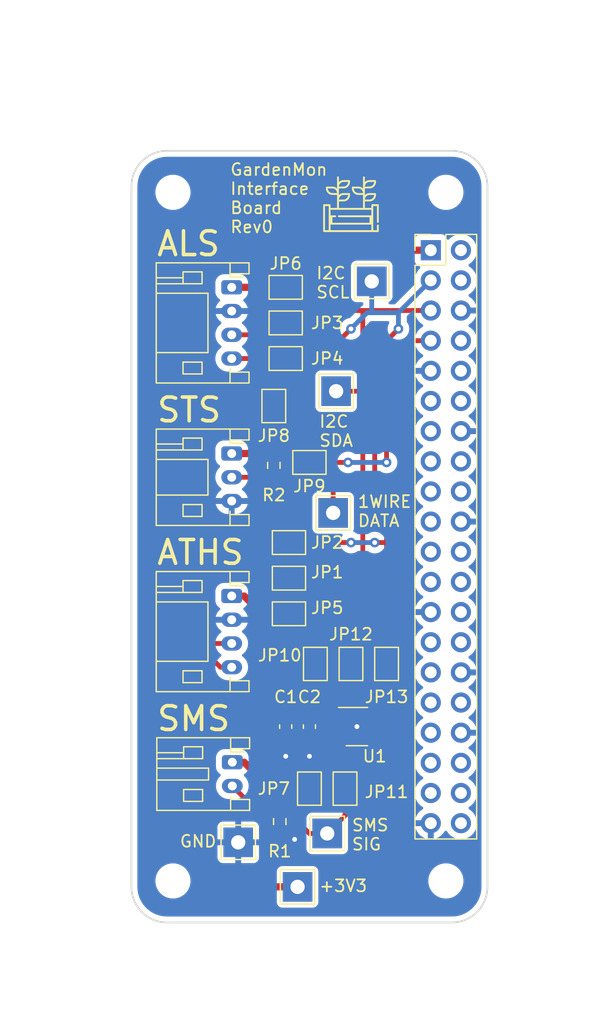
<source format=kicad_pcb>
(kicad_pcb (version 20221018) (generator pcbnew)
  (layers (0 "F.Cu" signal) (31 "B.Cu" signal) (34 "B.Paste" user) (35 "F.Paste" user) (36 "B.SilkS" user "B.Silkscreen") (37 "F.SilkS" user "F.Silkscreen") (38 "B.Mask" user) (39 "F.Mask" user) (44 "Edge.Cuts" user))
  (net 0 "")
  (net 2 "/i2c_sda")
  (net 4 "/i2c_scl")
  (net 5 "GND")
  (net 6 "/1wire_data")
  (net 32 "+3V3")
  (net 33 "Net-(J2-Pin_1)")
  (net 34 "Net-(J4-Pin_1)")
  (net 35 "/i2c_scl_sht30")
  (net 36 "/i2c_sda_sht30")
  (net 37 "Net-(J5-Pin_1)")
  (net 38 "/i2c_scl_als")
  (net 39 "/i2c_sda_als")
  (net 40 "/1wire_data_ds18b20")
  (net 41 "/i2c_scl_mcp3221")
  (net 42 "/i2c_sda_mcp3221")
  (net 43 "Net-(JP10-B)")
  (net 44 "Net-(J3-Pin_1)")
  (net 45 "Net-(JP11-A)")
  (net 46 "Net-(J4-Pin_2)")
  (footprint "TestPoint:TestPoint_THTPad_2.5x2.5mm_Drill1.2mm" (layer "F.Cu") (at 122.5 119.5)
    (fp_text reference "TP4" hide)
    (fp_text value "TestPoint")
    (pad "1" thru_hole rect (at 0 0) (size 2.5 2.5) (drill 1.2) (layers "*.Cu" "*.Mask") (net 32 "+3V3"))
  )
  (footprint "Jumper:SolderJumper-2_P1.3mm_Open_TrianglePad1.0x1.5mm" (layer "F.Cu") (at 127 100.725 -90)
    (fp_text reference "JP12" (at -2.5 0 -180) (layer "F.SilkS"))
    (fp_text value "SolderJumper_2_Bridged")
    (pad "1" smd custom (at -0.725 0 270) (size 0.3 0.3) (layers "F.Cu" "F.Mask") (net 4 "/i2c_scl") (options (clearance outline) (anchor rect)) (primitives (gr_poly (pts (xy 1 0) (xy 0.5 0.75) (xy -0.5 0.75) (xy -0.5 -0.75) (xy 0.5 -0.75)) (width 0) (fill yes))))
    (pad "2" smd custom (at 0.725 0 270) (size 0.3 0.3) (layers "F.Cu" "F.Mask") (net 41 "/i2c_scl_mcp3221") (options (clearance outline) (anchor rect)) (primitives (gr_poly (pts (xy 0.5 0.75) (xy -0.65 0.75) (xy -0.15 0) (xy -0.65 -0.75) (xy 0.5 -0.75)) (width 0) (fill yes))))
  )
  (footprint "MountingHole:MountingHole_2.7mm_M2.5" (layer "F.Cu") (at 135 61 -90)
    (fp_text reference "H1" hide)
    (fp_text value "MountingHole")
    (pad "" np_thru_hole circle (at 0 0 270) (size 2.7 2.7) (drill 2.7) (layers "*.Cu" "*.Mask"))
  )
  (footprint "Connector_JST:JST_PH_S4B-PH-K_1x04_P2.00mm_Horizontal" (layer "F.Cu") (at 116.95 95 -90)
    (fp_text reference "J2" hide)
    (fp_text value "Conn_01x04")
    (pad "1" thru_hole roundrect (at 0 0 270) (size 1.2 1.75) (drill 0.75) (layers "*.Cu" "*.Mask") (roundrect_rratio 0.2083333333) (net 33 "Net-(J2-Pin_1)"))
    (pad "2" thru_hole oval (at 2 0 270) (size 1.2 1.75) (drill 0.75) (layers "*.Cu" "*.Mask") (net 5 "GND"))
    (pad "3" thru_hole oval (at 4 0 270) (size 1.2 1.75) (drill 0.75) (layers "*.Cu" "*.Mask") (net 35 "/i2c_scl_sht30"))
    (pad "4" thru_hole oval (at 6 0 270) (size 1.2 1.75) (drill 0.75) (layers "*.Cu" "*.Mask") (net 36 "/i2c_sda_sht30"))
  )
  (footprint "TestPoint:TestPoint_THTPad_2.5x2.5mm_Drill1.2mm" (layer "F.Cu") (at 128.75 68.5)
    (fp_text reference "TP1" hide)
    (fp_text value "TestPoint")
    (pad "1" thru_hole rect (at 0 0) (size 2.5 2.5) (drill 1.2) (layers "*.Cu" "*.Mask") (net 2 "/i2c_sda"))
  )
  (footprint "Package_TO_SOT_SMD:SOT-23-5_HandSoldering" (layer "F.Cu") (at 127.5 106)
    (fp_text reference "U1" (at 1.5 2.5 180) (layer "F.SilkS"))
    (fp_text value "MCP3221A5")
    (pad "1" smd rect (at -1.35 -0.95) (size 1.56 0.65) (layers "F.Cu" "F.Paste" "F.Mask") (net 43 "Net-(JP10-B)"))
    (pad "2" smd rect (at -1.35 0) (size 1.56 0.65) (layers "F.Cu" "F.Paste" "F.Mask") (net 5 "GND"))
    (pad "3" smd rect (at -1.35 0.95) (size 1.56 0.65) (layers "F.Cu" "F.Paste" "F.Mask") (net 45 "Net-(JP11-A)"))
    (pad "4" smd rect (at 1.35 0.95) (size 1.56 0.65) (layers "F.Cu" "F.Paste" "F.Mask") (net 42 "/i2c_sda_mcp3221"))
    (pad "5" smd rect (at 1.35 -0.95) (size 1.56 0.65) (layers "F.Cu" "F.Paste" "F.Mask") (net 41 "/i2c_scl_mcp3221"))
  )
  (footprint "MountingHole:MountingHole_2.7mm_M2.5" (layer "F.Cu") (at 112 119 -90)
    (fp_text reference "H3" hide)
    (fp_text value "MountingHole")
    (pad "" np_thru_hole circle (at 0 0 270) (size 2.7 2.7) (drill 2.7) (layers "*.Cu" "*.Mask"))
  )
  (footprint "Jumper:SolderJumper-2_P1.3mm_Open_TrianglePad1.0x1.5mm" (layer "F.Cu") (at 121.775 96.5 180)
    (fp_text reference "JP5" (at -3.225 0.5) (layer "F.SilkS"))
    (fp_text value "SolderJumper_2_Bridged")
    (pad "1" smd custom (at -0.725 0 180) (size 0.3 0.3) (layers "F.Cu" "F.Mask") (net 32 "+3V3") (options (clearance outline) (anchor rect)) (primitives (gr_poly (pts (xy 1 0) (xy 0.5 0.75) (xy -0.5 0.75) (xy -0.5 -0.75) (xy 0.5 -0.75)) (width 0) (fill yes))))
    (pad "2" smd custom (at 0.725 0 180) (size 0.3 0.3) (layers "F.Cu" "F.Mask") (net 33 "Net-(J2-Pin_1)") (options (clearance outline) (anchor rect)) (primitives (gr_poly (pts (xy 0.5 0.75) (xy -0.65 0.75) (xy -0.15 0) (xy -0.65 -0.75) (xy 0.5 -0.75)) (width 0) (fill yes))))
  )
  (footprint "Connector_JST:JST_PH_S2B-PH-K_1x02_P2.00mm_Horizontal" (layer "F.Cu") (at 117 109 -90)
    (fp_text reference "J4" hide)
    (fp_text value "Conn_01x02")
    (pad "1" thru_hole roundrect (at 0 0 270) (size 1.2 1.75) (drill 0.75) (layers "*.Cu" "*.Mask") (roundrect_rratio 0.2083333333) (net 34 "Net-(J4-Pin_1)"))
    (pad "2" thru_hole oval (at 2 0 270) (size 1.2 1.75) (drill 0.75) (layers "*.Cu" "*.Mask") (net 46 "Net-(J4-Pin_2)"))
  )
  (footprint "TestPoint:TestPoint_THTPad_2.5x2.5mm_Drill1.2mm" (layer "F.Cu") (at 125 115)
    (fp_text reference "TP6" hide)
    (fp_text value "TestPoint")
    (pad "1" thru_hole rect (at 0 0) (size 2.5 2.5) (drill 1.2) (layers "*.Cu" "*.Mask") (net 46 "Net-(J4-Pin_2)"))
  )
  (footprint "Capacitor_SMD:C_0603_1608Metric_Pad1.08x0.95mm_HandSolder" (layer "F.Cu") (at 123.5 106 -90)
    (fp_text reference "C2" (at -2.5 0 -180) (layer "F.SilkS"))
    (fp_text value "0.1uF")
    (pad "1" smd roundrect (at -0.8625 0 270) (size 1.075 0.95) (layers "F.Cu" "F.Paste" "F.Mask") (net 43 "Net-(JP10-B)"))
    (pad "2" smd roundrect (at 0.8625 0 270) (size 1.075 0.95) (layers "F.Cu" "F.Paste" "F.Mask") (net 5 "GND"))
  )
  (footprint "Connector_JST:JST_PH_S4B-PH-K_1x04_P2.00mm_Horizontal" (layer "F.Cu") (at 116.95 69 -90)
    (fp_text reference "J3" hide)
    (fp_text value "Conn_01x04")
    (pad "1" thru_hole roundrect (at 0 0 270) (size 1.2 1.75) (drill 0.75) (layers "*.Cu" "*.Mask") (roundrect_rratio 0.2083333333) (net 44 "Net-(J3-Pin_1)"))
    (pad "2" thru_hole oval (at 2 0 270) (size 1.2 1.75) (drill 0.75) (layers "*.Cu" "*.Mask") (net 5 "GND"))
    (pad "3" thru_hole oval (at 4 0 270) (size 1.2 1.75) (drill 0.75) (layers "*.Cu" "*.Mask") (net 38 "/i2c_scl_als"))
    (pad "4" thru_hole oval (at 6 0 270) (size 1.2 1.75) (drill 0.75) (layers "*.Cu" "*.Mask") (net 39 "/i2c_sda_als"))
  )
  (footprint "Resistor_SMD:R_0603_1608Metric_Pad0.98x0.95mm_HandSolder" (layer "F.Cu") (at 121 114 -90)
    (fp_text reference "R1" (at 2.5 0 -180) (layer "F.SilkS"))
    (fp_text value "10k")
    (pad "1" smd roundrect (at -0.9125 0 270) (size 0.975 0.95) (layers "F.Cu" "F.Paste" "F.Mask") (net 46 "Net-(J4-Pin_2)"))
    (pad "2" smd roundrect (at 0.9125 0 270) (size 0.975 0.95) (layers "F.Cu" "F.Paste" "F.Mask") (net 5 "GND"))
  )
  (footprint "Connector_JST:JST_PH_S3B-PH-K_1x03_P2.00mm_Horizontal" (layer "F.Cu") (at 116.95 83 -90)
    (fp_text reference "J5" hide)
    (fp_text value "Conn_01x03")
    (pad "1" thru_hole roundrect (at 0 0 270) (size 1.2 1.75) (drill 0.75) (layers "*.Cu" "*.Mask") (roundrect_rratio 0.2083333333) (net 37 "Net-(J5-Pin_1)"))
    (pad "2" thru_hole oval (at 2 0 270) (size 1.2 1.75) (drill 0.75) (layers "*.Cu" "*.Mask") (net 40 "/1wire_data_ds18b20"))
    (pad "3" thru_hole oval (at 4 0 270) (size 1.2 1.75) (drill 0.75) (layers "*.Cu" "*.Mask") (net 5 "GND"))
  )
  (footprint "Connector_PinHeader_2.54mm:PinHeader_2x20_P2.54mm_Vertical" (layer "F.Cu") (at 133.725 65.875)
    (fp_text reference "J1" hide)
    (fp_text value "Conn_02x20_Odd_Even")
    (pad "1" thru_hole rect (at 0 0) (size 1.7 1.7) (drill 1) (layers "*.Cu" "*.Mask") (net 32 "+3V3"))
    (pad "2" thru_hole oval (at 2.54 0) (size 1.7 1.7) (drill 1) (layers "*.Cu" "*.Mask"))
    (pad "3" thru_hole oval (at 0 2.54) (size 1.7 1.7) (drill 1) (layers "*.Cu" "*.Mask") (net 2 "/i2c_sda"))
    (pad "4" thru_hole oval (at 2.54 2.54) (size 1.7 1.7) (drill 1) (layers "*.Cu" "*.Mask"))
    (pad "5" thru_hole oval (at 0 5.08) (size 1.7 1.7) (drill 1) (layers "*.Cu" "*.Mask") (net 4 "/i2c_scl"))
    (pad "6" thru_hole oval (at 2.54 5.08) (size 1.7 1.7) (drill 1) (layers "*.Cu" "*.Mask") (net 5 "GND"))
    (pad "7" thru_hole oval (at 0 7.62) (size 1.7 1.7) (drill 1) (layers "*.Cu" "*.Mask") (net 6 "/1wire_data"))
    (pad "8" thru_hole oval (at 2.54 7.62) (size 1.7 1.7) (drill 1) (layers "*.Cu" "*.Mask"))
    (pad "9" thru_hole oval (at 0 10.16) (size 1.7 1.7) (drill 1) (layers "*.Cu" "*.Mask") (net 5 "GND"))
    (pad "10" thru_hole oval (at 2.54 10.16) (size 1.7 1.7) (drill 1) (layers "*.Cu" "*.Mask"))
    (pad "11" thru_hole oval (at 0 12.7) (size 1.7 1.7) (drill 1) (layers "*.Cu" "*.Mask"))
    (pad "12" thru_hole oval (at 2.54 12.7) (size 1.7 1.7) (drill 1) (layers "*.Cu" "*.Mask"))
    (pad "13" thru_hole oval (at 0 15.24) (size 1.7 1.7) (drill 1) (layers "*.Cu" "*.Mask"))
    (pad "14" thru_hole oval (at 2.54 15.24) (size 1.7 1.7) (drill 1) (layers "*.Cu" "*.Mask") (net 5 "GND"))
    (pad "15" thru_hole oval (at 0 17.78) (size 1.7 1.7) (drill 1) (layers "*.Cu" "*.Mask"))
    (pad "16" thru_hole oval (at 2.54 17.78) (size 1.7 1.7) (drill 1) (layers "*.Cu" "*.Mask"))
    (pad "17" thru_hole oval (at 0 20.32) (size 1.7 1.7) (drill 1) (layers "*.Cu" "*.Mask"))
    (pad "18" thru_hole oval (at 2.54 20.32) (size 1.7 1.7) (drill 1) (layers "*.Cu" "*.Mask"))
    (pad "19" thru_hole oval (at 0 22.86) (size 1.7 1.7) (drill 1) (layers "*.Cu" "*.Mask"))
    (pad "20" thru_hole oval (at 2.54 22.86) (size 1.7 1.7) (drill 1) (layers "*.Cu" "*.Mask") (net 5 "GND"))
    (pad "21" thru_hole oval (at 0 25.4) (size 1.7 1.7) (drill 1) (layers "*.Cu" "*.Mask"))
    (pad "22" thru_hole oval (at 2.54 25.4) (size 1.7 1.7) (drill 1) (layers "*.Cu" "*.Mask"))
    (pad "23" thru_hole oval (at 0 27.94) (size 1.7 1.7) (drill 1) (layers "*.Cu" "*.Mask"))
    (pad "24" thru_hole oval (at 2.54 27.94) (size 1.7 1.7) (drill 1) (layers "*.Cu" "*.Mask"))
    (pad "25" thru_hole oval (at 0 30.48) (size 1.7 1.7) (drill 1) (layers "*.Cu" "*.Mask") (net 5 "GND"))
    (pad "26" thru_hole oval (at 2.54 30.48) (size 1.7 1.7) (drill 1) (layers "*.Cu" "*.Mask"))
    (pad "27" thru_hole oval (at 0 33.02) (size 1.7 1.7) (drill 1) (layers "*.Cu" "*.Mask"))
    (pad "28" thru_hole oval (at 2.54 33.02) (size 1.7 1.7) (drill 1) (layers "*.Cu" "*.Mask"))
    (pad "29" thru_hole oval (at 0 35.56) (size 1.7 1.7) (drill 1) (layers "*.Cu" "*.Mask"))
    (pad "30" thru_hole oval (at 2.54 35.56) (size 1.7 1.7) (drill 1) (layers "*.Cu" "*.Mask") (net 5 "GND"))
    (pad "31" thru_hole oval (at 0 38.1) (size 1.7 1.7) (drill 1) (layers "*.Cu" "*.Mask"))
    (pad "32" thru_hole oval (at 2.54 38.1) (size 1.7 1.7) (drill 1) (layers "*.Cu" "*.Mask"))
    (pad "33" thru_hole oval (at 0 40.64) (size 1.7 1.7) (drill 1) (layers "*.Cu" "*.Mask"))
    (pad "34" thru_hole oval (at 2.54 40.64) (size 1.7 1.7) (drill 1) (layers "*.Cu" "*.Mask") (net 5 "GND"))
    (pad "35" thru_hole oval (at 0 43.18) (size 1.7 1.7) (drill 1) (layers "*.Cu" "*.Mask"))
    (pad "36" thru_hole oval (at 2.54 43.18) (size 1.7 1.7) (drill 1) (layers "*.Cu" "*.Mask"))
    (pad "37" thru_hole oval (at 0 45.72) (size 1.7 1.7) (drill 1) (layers "*.Cu" "*.Mask"))
    (pad "38" thru_hole oval (at 2.54 45.72) (size 1.7 1.7) (drill 1) (layers "*.Cu" "*.Mask"))
    (pad "39" thru_hole oval (at 0 48.26) (size 1.7 1.7) (drill 1) (layers "*.Cu" "*.Mask") (net 5 "GND"))
    (pad "40" thru_hole oval (at 2.54 48.26) (size 1.7 1.7) (drill 1) (layers "*.Cu" "*.Mask"))
  )
  (footprint "Jumper:SolderJumper-2_P1.3mm_Open_TrianglePad1.0x1.5mm" (layer "F.Cu") (at 126.5 111.225 -90)
    (fp_text reference "JP11" (at 0.275 -3.5 -180) (layer "F.SilkS"))
    (fp_text value "SolderJumper_2_Bridged")
    (pad "1" smd custom (at -0.725 0 270) (size 0.3 0.3) (layers "F.Cu" "F.Mask") (net 45 "Net-(JP11-A)") (options (clearance outline) (anchor rect)) (primitives (gr_poly (pts (xy 1 0) (xy 0.5 0.75) (xy -0.5 0.75) (xy -0.5 -0.75) (xy 0.5 -0.75)) (width 0) (fill yes))))
    (pad "2" smd custom (at 0.725 0 270) (size 0.3 0.3) (layers "F.Cu" "F.Mask") (net 46 "Net-(J4-Pin_2)") (options (clearance outline) (anchor rect)) (primitives (gr_poly (pts (xy 0.5 0.75) (xy -0.65 0.75) (xy -0.15 0) (xy -0.65 -0.75) (xy 0.5 -0.75)) (width 0) (fill yes))))
  )
  (footprint "TestPoint:TestPoint_THTPad_2.5x2.5mm_Drill1.2mm" (layer "F.Cu") (at 125.75 77.75)
    (fp_text reference "TP2" hide)
    (fp_text value "TestPoint")
    (pad "1" thru_hole rect (at 0 0) (size 2.5 2.5) (drill 1.2) (layers "*.Cu" "*.Mask") (net 4 "/i2c_scl"))
  )
  (footprint "Jumper:SolderJumper-2_P1.3mm_Open_TrianglePad1.0x1.5mm" (layer "F.Cu") (at 121.775 93.5 180)
    (fp_text reference "JP1" (at -3.225 0.5) (layer "F.SilkS"))
    (fp_text value "SolderJumper_2_Bridged")
    (pad "1" smd custom (at -0.725 0 180) (size 0.3 0.3) (layers "F.Cu" "F.Mask") (net 4 "/i2c_scl") (options (clearance outline) (anchor rect)) (primitives (gr_poly (pts (xy 1 0) (xy 0.5 0.75) (xy -0.5 0.75) (xy -0.5 -0.75) (xy 0.5 -0.75)) (width 0) (fill yes))))
    (pad "2" smd custom (at 0.725 0 180) (size 0.3 0.3) (layers "F.Cu" "F.Mask") (net 35 "/i2c_scl_sht30") (options (clearance outline) (anchor rect)) (primitives (gr_poly (pts (xy 0.5 0.75) (xy -0.65 0.75) (xy -0.15 0) (xy -0.65 -0.75) (xy 0.5 -0.75)) (width 0) (fill yes))))
  )
  (footprint "Jumper:SolderJumper-2_P1.3mm_Open_TrianglePad1.0x1.5mm" (layer "F.Cu") (at 123.5 111.225 90)
    (fp_text reference "JP7" (at 0 -3 180) (layer "F.SilkS"))
    (fp_text value "SolderJumper_2_Bridged")
    (pad "1" smd custom (at -0.725 0 90) (size 0.3 0.3) (layers "F.Cu" "F.Mask") (net 34 "Net-(J4-Pin_1)") (options (clearance outline) (anchor rect)) (primitives (gr_poly (pts (xy 1 0) (xy 0.5 0.75) (xy -0.5 0.75) (xy -0.5 -0.75) (xy 0.5 -0.75)) (width 0) (fill yes))))
    (pad "2" smd custom (at 0.725 0 90) (size 0.3 0.3) (layers "F.Cu" "F.Mask") (net 32 "+3V3") (options (clearance outline) (anchor rect)) (primitives (gr_poly (pts (xy 0.5 0.75) (xy -0.65 0.75) (xy -0.15 0) (xy -0.65 -0.75) (xy 0.5 -0.75)) (width 0) (fill yes))))
  )
  (footprint "Jumper:SolderJumper-2_P1.3mm_Open_TrianglePad1.0x1.5mm" (layer "F.Cu") (at 120.5 79 -90)
    (fp_text reference "JP8" (at 2.5 0 -180) (layer "F.SilkS"))
    (fp_text value "SolderJumper_2_Bridged")
    (pad "1" smd custom (at -0.725 0 270) (size 0.3 0.3) (layers "F.Cu" "F.Mask") (net 32 "+3V3") (options (clearance outline) (anchor rect)) (primitives (gr_poly (pts (xy 1 0) (xy 0.5 0.75) (xy -0.5 0.75) (xy -0.5 -0.75) (xy 0.5 -0.75)) (width 0) (fill yes))))
    (pad "2" smd custom (at 0.725 0 270) (size 0.3 0.3) (layers "F.Cu" "F.Mask") (net 37 "Net-(J5-Pin_1)") (options (clearance outline) (anchor rect)) (primitives (gr_poly (pts (xy 0.5 0.75) (xy -0.65 0.75) (xy -0.15 0) (xy -0.65 -0.75) (xy 0.5 -0.75)) (width 0) (fill yes))))
  )
  (footprint "Jumper:SolderJumper-2_P1.3mm_Open_TrianglePad1.0x1.5mm" (layer "F.Cu") (at 121.775 90.5 180)
    (fp_text reference "JP2" (at -3.225 0) (layer "F.SilkS"))
    (fp_text value "SolderJumper_2_Bridged")
    (pad "1" smd custom (at -0.725 0 180) (size 0.3 0.3) (layers "F.Cu" "F.Mask") (net 2 "/i2c_sda") (options (clearance outline) (anchor rect)) (primitives (gr_poly (pts (xy 1 0) (xy 0.5 0.75) (xy -0.5 0.75) (xy -0.5 -0.75) (xy 0.5 -0.75)) (width 0) (fill yes))))
    (pad "2" smd custom (at 0.725 0 180) (size 0.3 0.3) (layers "F.Cu" "F.Mask") (net 36 "/i2c_sda_sht30") (options (clearance outline) (anchor rect)) (primitives (gr_poly (pts (xy 0.5 0.75) (xy -0.65 0.75) (xy -0.15 0) (xy -0.65 -0.75) (xy 0.5 -0.75)) (width 0) (fill yes))))
  )
  (footprint "TestPoint:TestPoint_THTPad_2.5x2.5mm_Drill1.2mm" (layer "F.Cu") (at 125.5 88)
    (fp_text reference "TP3" hide)
    (fp_text value "TestPoint")
    (pad "1" thru_hole rect (at 0 0) (size 2.5 2.5) (drill 1.2) (layers "*.Cu" "*.Mask") (net 6 "/1wire_data"))
  )
  (footprint "MountingHole:MountingHole_2.7mm_M2.5" (layer "F.Cu") (at 135 119 -90)
    (fp_text reference "H4" hide)
    (fp_text value "MountingHole")
    (pad "" np_thru_hole circle (at 0 0 270) (size 2.7 2.7) (drill 2.7) (layers "*.Cu" "*.Mask"))
  )
  (footprint "Jumper:SolderJumper-2_P1.3mm_Open_TrianglePad1.0x1.5mm" (layer "F.Cu") (at 121.5 75 180)
    (fp_text reference "JP4" (at -3.5 0) (layer "F.SilkS"))
    (fp_text value "SolderJumper_2_Bridged")
    (pad "1" smd custom (at -0.725 0 180) (size 0.3 0.3) (layers "F.Cu" "F.Mask") (net 2 "/i2c_sda") (options (clearance outline) (anchor rect)) (primitives (gr_poly (pts (xy 1 0) (xy 0.5 0.75) (xy -0.5 0.75) (xy -0.5 -0.75) (xy 0.5 -0.75)) (width 0) (fill yes))))
    (pad "2" smd custom (at 0.725 0 180) (size 0.3 0.3) (layers "F.Cu" "F.Mask") (net 39 "/i2c_sda_als") (options (clearance outline) (anchor rect)) (primitives (gr_poly (pts (xy 0.5 0.75) (xy -0.65 0.75) (xy -0.15 0) (xy -0.65 -0.75) (xy 0.5 -0.75)) (width 0) (fill yes))))
  )
  (footprint "MountingHole:MountingHole_2.7mm_M2.5" (layer "F.Cu") (at 112 61 -90)
    (fp_text reference "H2" hide)
    (fp_text value "MountingHole")
    (pad "" np_thru_hole circle (at 0 0 270) (size 2.7 2.7) (drill 2.7) (layers "*.Cu" "*.Mask"))
  )
  (footprint "Jumper:SolderJumper-2_P1.3mm_Open_TrianglePad1.0x1.5mm" (layer "F.Cu") (at 124 100.725 -90)
    (fp_text reference "JP10" (at -0.725 3 -180) (layer "F.SilkS"))
    (fp_text value "SolderJumper_2_Bridged")
    (pad "1" smd custom (at -0.725 0 270) (size 0.3 0.3) (layers "F.Cu" "F.Mask") (net 32 "+3V3") (options (clearance outline) (anchor rect)) (primitives (gr_poly (pts (xy 1 0) (xy 0.5 0.75) (xy -0.5 0.75) (xy -0.5 -0.75) (xy 0.5 -0.75)) (width 0) (fill yes))))
    (pad "2" smd custom (at 0.725 0 270) (size 0.3 0.3) (layers "F.Cu" "F.Mask") (net 43 "Net-(JP10-B)") (options (clearance outline) (anchor rect)) (primitives (gr_poly (pts (xy 0.5 0.75) (xy -0.65 0.75) (xy -0.15 0) (xy -0.65 -0.75) (xy 0.5 -0.75)) (width 0) (fill yes))))
  )
  (footprint "Jumper:SolderJumper-2_P1.3mm_Open_TrianglePad1.0x1.5mm" (layer "F.Cu") (at 121.5 69 180)
    (fp_text reference "JP6" (at 0 2) (layer "F.SilkS"))
    (fp_text value "SolderJumper_2_Bridged")
    (pad "1" smd custom (at -0.725 0 180) (size 0.3 0.3) (layers "F.Cu" "F.Mask") (net 32 "+3V3") (options (clearance outline) (anchor rect)) (primitives (gr_poly (pts (xy 1 0) (xy 0.5 0.75) (xy -0.5 0.75) (xy -0.5 -0.75) (xy 0.5 -0.75)) (width 0) (fill yes))))
    (pad "2" smd custom (at 0.725 0 180) (size 0.3 0.3) (layers "F.Cu" "F.Mask") (net 44 "Net-(J3-Pin_1)") (options (clearance outline) (anchor rect)) (primitives (gr_poly (pts (xy 0.5 0.75) (xy -0.65 0.75) (xy -0.15 0) (xy -0.65 -0.75) (xy 0.5 -0.75)) (width 0) (fill yes))))
  )
  (footprint "Resistor_SMD:R_0603_1608Metric_Pad0.98x0.95mm_HandSolder" (layer "F.Cu") (at 120.5 84 -90)
    (fp_text reference "R2" (at 2.5 0 -180) (layer "F.SilkS"))
    (fp_text value "4.7k")
    (pad "1" smd roundrect (at -0.9125 0 270) (size 0.975 0.95) (layers "F.Cu" "F.Paste" "F.Mask") (net 37 "Net-(J5-Pin_1)"))
    (pad "2" smd roundrect (at 0.9125 0 270) (size 0.975 0.95) (layers "F.Cu" "F.Paste" "F.Mask") (net 40 "/1wire_data_ds18b20"))
  )
  (footprint "LOGO" (layer "F.Cu") (at 127 62)
    (fp_text reference "G***" hide)
    (fp_text value "LOGO" hide)
  )
  (footprint "Capacitor_SMD:C_0603_1608Metric_Pad1.08x0.95mm_HandSolder" (layer "F.Cu") (at 121.5 106 -90)
    (fp_text reference "C1" (at -2.5 0 -180) (layer "F.SilkS"))
    (fp_text value "10uF")
    (pad "1" smd roundrect (at -0.8625 0 270) (size 1.075 0.95) (layers "F.Cu" "F.Paste" "F.Mask") (net 43 "Net-(JP10-B)"))
    (pad "2" smd roundrect (at 0.8625 0 270) (size 1.075 0.95) (layers "F.Cu" "F.Paste" "F.Mask") (net 5 "GND"))
  )
  (footprint "TestPoint:TestPoint_THTPad_2.5x2.5mm_Drill1.2mm" (layer "F.Cu") (at 117.5 115.75)
    (fp_text reference "TP5" hide)
    (fp_text value "TestPoint")
    (pad "1" thru_hole rect (at 0 0) (size 2.5 2.5) (drill 1.2) (layers "*.Cu" "*.Mask") (net 5 "GND"))
  )
  (footprint "Jumper:SolderJumper-2_P1.3mm_Open_TrianglePad1.0x1.5mm" (layer "F.Cu") (at 123.5 83.75 180)
    (fp_text reference "JP9" (at 0 -2) (layer "F.SilkS"))
    (fp_text value "SolderJumper_2_Bridged")
    (pad "1" smd custom (at -0.725 0 180) (size 0.3 0.3) (layers "F.Cu" "F.Mask") (net 6 "/1wire_data") (options (clearance outline) (anchor rect)) (primitives (gr_poly (pts (xy 1 0) (xy 0.5 0.75) (xy -0.5 0.75) (xy -0.5 -0.75) (xy 0.5 -0.75)) (width 0) (fill yes))))
    (pad "2" smd custom (at 0.725 0 180) (size 0.3 0.3) (layers "F.Cu" "F.Mask") (net 40 "/1wire_data_ds18b20") (options (clearance outline) (anchor rect)) (primitives (gr_poly (pts (xy 0.5 0.75) (xy -0.65 0.75) (xy -0.15 0) (xy -0.65 -0.75) (xy 0.5 -0.75)) (width 0) (fill yes))))
  )
  (footprint "Jumper:SolderJumper-2_P1.3mm_Open_TrianglePad1.0x1.5mm" (layer "F.Cu") (at 121.5 72 180)
    (fp_text reference "JP3" (at -3.5 0) (layer "F.SilkS"))
    (fp_text value "SolderJumper_2_Bridged")
    (pad "1" smd custom (at -0.725 0 180) (size 0.3 0.3) (layers "F.Cu" "F.Mask") (net 4 "/i2c_scl") (options (clearance outline) (anchor rect)) (primitives (gr_poly (pts (xy 1 0) (xy 0.5 0.75) (xy -0.5 0.75) (xy -0.5 -0.75) (xy 0.5 -0.75)) (width 0) (fill yes))))
    (pad "2" smd custom (at 0.725 0 180) (size 0.3 0.3) (layers "F.Cu" "F.Mask") (net 38 "/i2c_scl_als") (options (clearance outline) (anchor rect)) (primitives (gr_poly (pts (xy 0.5 0.75) (xy -0.65 0.75) (xy -0.15 0) (xy -0.65 -0.75) (xy 0.5 -0.75)) (width 0) (fill yes))))
  )
  (footprint "Jumper:SolderJumper-2_P1.3mm_Open_TrianglePad1.0x1.5mm" (layer "F.Cu") (at 130 100.725 -90)
    (fp_text reference "JP13" (at 2.775 0 -180) (layer "F.SilkS"))
    (fp_text value "SolderJumper_2_Bridged")
    (pad "1" smd custom (at -0.725 0 270) (size 0.3 0.3) (layers "F.Cu" "F.Mask") (net 2 "/i2c_sda") (options (clearance outline) (anchor rect)) (primitives (gr_poly (pts (xy 1 0) (xy 0.5 0.75) (xy -0.5 0.75) (xy -0.5 -0.75) (xy 0.5 -0.75)) (width 0) (fill yes))))
    (pad "2" smd custom (at 0.725 0 270) (size 0.3 0.3) (layers "F.Cu" "F.Mask") (net 42 "/i2c_sda_mcp3221") (options (clearance outline) (anchor rect)) (primitives (gr_poly (pts (xy 0.5 0.75) (xy -0.65 0.75) (xy -0.15 0) (xy -0.65 -0.75) (xy 0.5 -0.75)) (width 0) (fill yes))))
  )
  (gr_line (start 108.500001 60.999999) (end 108.500001 60.499999) (stroke (width 0.15)) (layer "Edge.Cuts"))
  (gr_arc (start 111.500001 122.499999) (mid 109.37868 121.62132) (end 108.500001 119.499999) (stroke (width 0.15)) (layer "Edge.Cuts"))
  (gr_arc (start 108.500001 60.499999) (mid 109.378681 58.37868) (end 111.500001 57.499999) (stroke (width 0.15)) (layer "Edge.Cuts"))
  (gr_line (start 108.500001 60.999999) (end 108.500001 118.999999) (stroke (width 0.15)) (layer "Edge.Cuts"))
  (gr_line (start 111.500001 57.499999) (end 135.500001 57.499999) (stroke (width 0.15)) (layer "Edge.Cuts"))
  (gr_arc (start 138.500001 119.499999) (mid 137.621322 121.62132) (end 135.500001 122.499999) (stroke (width 0.15)) (layer "Edge.Cuts"))
  (gr_line (start 138.500001 60.499999) (end 138.500001 119.499999) (stroke (width 0.15)) (layer "Edge.Cuts"))
  (gr_arc (start 135.500001 57.499999) (mid 137.621321 58.378679) (end 138.500001 60.499999) (stroke (width 0.15)) (layer "Edge.Cuts"))
  (gr_line (start 135.500001 122.499999) (end 111.500001 122.499999) (stroke (width 0.15)) (layer "Edge.Cuts"))
  (gr_line (start 108.500001 118.999999) (end 108.500001 119.499999) (stroke (width 0.15)) (layer "Edge.Cuts"))
  (gr_text "SMS" (at 110.5 106.5) (layer "F.SilkS") (effects (font (size 2 2) (thickness 0.3)) (justify left bottom)))
  (gr_text "SMS\nSIG" (at 127 116.5) (layer "F.SilkS") (effects (font (size 1 1)) (justify left bottom)))
  (gr_text "GND" (at 112.5 116.25) (layer "F.SilkS") (effects (font (size 1 1)) (justify left bottom)))
  (gr_text "ATHS" (at 110.5 92.5) (layer "F.SilkS") (effects (font (size 2 2) (thickness 0.3) bold) (justify left bottom)))
  (gr_text "STS" (at 110.5 80.5) (layer "F.SilkS") (effects (font (size 2 2) (thickness 0.3)) (justify left bottom)))
  (gr_text "I2C\nSDA" (at 124.25 82.5) (layer "F.SilkS") (effects (font (size 1 1)) (justify left bottom)))
  (gr_text "ALS" (at 110.5 66.5) (layer "F.SilkS") (effects (font (size 2 2) (thickness 0.3)) (justify left bottom)))
  (gr_text "I2C\nSCL" (at 124 70) (layer "F.SilkS") (effects (font (size 1 1)) (justify left bottom)))
  (gr_text "1WIRE\nDATA" (at 127.5 89.25) (layer "F.SilkS") (effects (font (size 1 1)) (justify left bottom)))
  (gr_text "+3V3" (at 124.25 120) (layer "F.SilkS") (effects (font (size 1 1)) (justify left bottom)))
  (gr_text "GardenMon\nInterface\nBoard\nRev0" (at 116.75 64.5) (layer "F.SilkS") (effects (font (size 1 1)) (justify left bottom)))
  (segment (start 130 90.5) (end 130 88) (width 0.4064) (layer "F.Cu") (net 2))
  (segment (start 129 87) (end 129 74.5) (width 0.4064) (layer "F.Cu") (net 2))
  (segment (start 130 88) (end 129 87) (width 0.4064) (layer "F.Cu") (net 2))
  (segment (start 123.725 73.5) (end 126 73.5) (width 0.4064) (layer "F.Cu") (net 2))
  (segment (start 126 73.5) (end 127 72.5) (width 0.4064) (layer "F.Cu") (net 2))
  (segment (start 130 100) (end 130 90.5) (width 0.4064) (layer "F.Cu") (net 2))
  (segment (start 129 74.5) (end 131 72.5) (width 0.4064) (layer "F.Cu") (net 2))
  (segment (start 122.225 75) (end 123.725 73.5) (width 0.4064) (layer "F.Cu") (net 2))
  (segment (start 127 90.5) (end 122.5 90.5) (width 0.4064) (layer "F.Cu") (net 2))
  (segment (start 130 90.5) (end 129 90.5) (width 0.4064) (layer "F.Cu") (net 2))
  (via (at 127 90.5) (size 0.8128) (drill 0.4064) (layers "F.Cu" "B.Cu") (net 2))
  (via (at 127 72.5) (size 0.8128) (drill 0.4064) (layers "F.Cu" "B.Cu") (net 2))
  (via (at 129 90.5) (size 0.8128) (drill 0.4064) (layers "F.Cu" "B.Cu") (net 2))
  (via (at 131 72.5) (size 0.8128) (drill 0.4064) (layers "F.Cu" "B.Cu") (net 2))
  (segment (start 128.36 71.14) (end 128.75 71.14) (width 0.4064) (layer "B.Cu") (net 2))
  (segment (start 131 71.14) (end 133.725 68.415) (width 0.4064) (layer "B.Cu") (net 2))
  (segment (start 128.75 71.14) (end 131 71.14) (width 0.4064) (layer "B.Cu") (net 2))
  (segment (start 127 72.5) (end 128.36 71.14) (width 0.4064) (layer "B.Cu") (net 2))
  (segment (start 128.75 68.5) (end 128.75 71.14) (width 0.4064) (layer "B.Cu") (net 2))
  (segment (start 131 72.5) (end 131 71.14) (width 0.4064) (layer "B.Cu") (net 2))
  (segment (start 129 90.5) (end 127 90.5) (width 0.4064) (layer "B.Cu") (net 2))
  (segment (start 127 94.5) (end 123.5 94.5) (width 0.4064) (layer "F.Cu") (net 4))
  (segment (start 123.27 70.955) (end 122.225 72) (width 0.4064) (layer "F.Cu") (net 4))
  (segment (start 128 70.955) (end 128 77.75) (width 0.4064) (layer "F.Cu") (net 4))
  (segment (start 128 77.75) (end 128 93.5) (width 0.4064) (layer "F.Cu") (net 4))
  (segment (start 127 94.5) (end 127 100) (width 0.4064) (layer "F.Cu") (net 4))
  (segment (start 133.725 70.955) (end 128 70.955) (width 0.4064) (layer "F.Cu") (net 4))
  (segment (start 128 93.5) (end 127 94.5) (width 0.4064) (layer "F.Cu") (net 4))
  (segment (start 128 77.75) (end 125.75 77.75) (width 0.4064) (layer "F.Cu") (net 4))
  (segment (start 128 70.955) (end 123.27 70.955) (width 0.4064) (layer "F.Cu") (net 4))
  (segment (start 123.5 94.5) (end 122.5 93.5) (width 0.4064) (layer "F.Cu") (net 4))
  (segment (start 121.6625 114.9125) (end 122.25 115.5) (width 0.4064) (layer "F.Cu") (net 5))
  (segment (start 121 114.9125) (end 121.6625 114.9125) (width 0.4064) (layer "F.Cu") (net 5))
  (segment (start 121.5 106.8625) (end 121.5 108.5) (width 0.4064) (layer "F.Cu") (net 5))
  (segment (start 123.5 106.8625) (end 123.5 108) (width 0.4064) (layer "F.Cu") (net 5))
  (segment (start 123.5 108) (end 123.5 108.5) (width 0.4064) (layer "F.Cu") (net 5))
  (segment (start 126.15 106) (end 127.5 106) (width 0.4064) (layer "F.Cu") (net 5))
  (via (at 121.5 108.5) (size 0.8128) (drill 0.4064) (layers "F.Cu" "B.Cu") (net 5))
  (via (at 127.5 106) (size 0.8128) (drill 0.4064) (layers "F.Cu" "B.Cu") (net 5))
  (via (at 122.25 115.5) (size 0.8128) (drill 0.4064) (layers "F.Cu" "B.Cu") (net 5))
  (via (at 123.5 108.5) (size 0.8128) (drill 0.4064) (layers "F.Cu" "B.Cu") (net 5))
  (segment (start 125.5 83.75) (end 126.75 83.75) (width 0.4064) (layer "F.Cu") (net 6))
  (segment (start 125.5 88) (end 125.5 83.75) (width 0.4064) (layer "F.Cu") (net 6))
  (segment (start 132.005 73.495) (end 130 75.5) (width 0.4064) (layer "F.Cu") (net 6))
  (segment (start 124.225 83.75) (end 125.5 83.75) (width 0.4064) (layer "F.Cu") (net 6))
  (segment (start 130 75.5) (end 130 83.75) (width 0.4064) (layer "F.Cu") (net 6))
  (segment (start 133.725 73.495) (end 132.005 73.495) (width 0.4064) (layer "F.Cu") (net 6))
  (via (at 130 83.75) (size 0.8128) (drill 0.4064) (layers "F.Cu" "B.Cu") (net 6))
  (via (at 126.75 83.75) (size 0.8128) (drill 0.4064) (layers "F.Cu" "B.Cu") (net 6))
  (segment (start 126.75 83.75) (end 130 83.75) (width 0.4064) (layer "B.Cu") (net 6))
  (segment (start 122.5 65.875) (end 115.125 65.875) (width 0.6096) (layer "F.Cu") (net 32))
  (segment (start 112 99.5) (end 112 79.5) (width 0.6096) (layer "F.Cu") (net 32))
  (segment (start 122.5 96.5) (end 122.5 98.5) (width 0.6096) (layer "F.Cu") (net 32))
  (segment (start 114.875 102.375) (end 114 103.25) (width 0.6096) (layer "F.Cu") (net 32))
  (segment (start 122.225 69) (end 122.225 66.15) (width 0.6096) (layer "F.Cu") (net 32))
  (segment (start 115.125 65.875) (end 112 69) (width 0.6096) (layer "F.Cu") (net 32))
  (segment (start 120 100) (end 121.5 98.5) (width 0.6096) (layer "F.Cu") (net 32))
  (segment (start 112 78.25) (end 112.025 78.275) (width 0.6096) (layer "F.Cu") (net 32))
  (segment (start 112.025 78.275) (end 120.5 78.275) (width 0.6096) (layer "F.Cu") (net 32))
  (segment (start 123.5 110.5) (end 122.5 110.5) (width 0.4064) (layer "F.Cu") (net 32))
  (segment (start 122.225 66.15) (end 122.5 65.875) (width 0.6096) (layer "F.Cu") (net 32))
  (segment (start 114 116.25) (end 117.25 119.5) (width 0.6096) (layer "F.Cu") (net 32))
  (segment (start 120 109) (end 121 110) (width 0.6096) (layer "F.Cu") (net 32))
  (segment (start 120 104) (end 120 100) (width 0.6096) (layer "F.Cu") (net 32))
  (segment (start 121 110) (end 122 110) (width 0.6096) (layer "F.Cu") (net 32))
  (segment (start 128.75 65.875) (end 133.725 65.875) (width 0.6096) (layer "F.Cu") (net 32))
  (segment (start 120 104) (end 116.5 104) (width 0.6096) (layer "F.Cu") (net 32))
  (segment (start 116.5 104) (end 114.875 102.375) (width 0.6096) (layer "F.Cu") (net 32))
  (segment (start 122.5 65.875) (end 128.75 65.875) (width 0.6096) (layer "F.Cu") (net 32))
  (segment (start 114 103.25) (end 114 116.25) (width 0.6096) (layer "F.Cu") (net 32))
  (segment (start 114.875 102.375) (end 112 99.5) (width 0.6096) (layer "F.Cu") (net 32))
  (segment (start 124 98.5) (end 124 100) (width 0.6096) (layer "F.Cu") (net 32))
  (segment (start 120 109) (end 120 104) (width 0.6096) (layer "F.Cu") (net 32))
  (segment (start 117.25 119.5) (end 122.5 119.5) (width 0.6096) (layer "F.Cu") (net 32))
  (segment (start 122.5 98.5) (end 124 98.5) (width 0.6096) (layer "F.Cu") (net 32))
  (segment (start 122.5 110.5) (end 122 110) (width 0.4064) (layer "F.Cu") (net 32))
  (segment (start 112 69) (end 112 78.25) (width 0.6096) (layer "F.Cu") (net 32))
  (segment (start 112 78.25) (end 112 79.5) (width 0.6096) (layer "F.Cu") (net 32))
  (segment (start 121.5 98.5) (end 122.5 98.5) (width 0.6096) (layer "F.Cu") (net 32))
  (segment (start 119.5 96.5) (end 120.5 96.5) (width 0.6096) (layer "F.Cu") (net 33))
  (segment (start 118 95) (end 119.5 96.5) (width 0.6096) (layer "F.Cu") (net 33))
  (segment (start 116.95 95) (end 118 95) (width 0.4064) (layer "F.Cu") (net 33))
  (segment (start 117 109) (end 118 109) (width 0.4064) (layer "F.Cu") (net 34))
  (segment (start 120.95 111.95) (end 123.5 111.95) (width 0.6096) (layer "F.Cu") (net 34))
  (segment (start 118 109) (end 120.95 111.95) (width 0.6096) (layer "F.Cu") (net 34))
  (segment (start 116.95 99) (end 115 99) (width 0.4064) (layer "F.Cu") (net 35))
  (segment (start 114.5 94.5) (end 115.5 93.5) (width 0.4064) (layer "F.Cu") (net 35))
  (segment (start 114.5 98.5) (end 114.5 94.5) (width 0.4064) (layer "F.Cu") (net 35))
  (segment (start 115 99) (end 114.5 98.5) (width 0.4064) (layer "F.Cu") (net 35))
  (segment (start 115.5 93.5) (end 121.05 93.5) (width 0.4064) (layer "F.Cu") (net 35))
  (segment (start 113.8936 94.24882) (end 115.248821 92.8936) (width 0.4064) (layer "F.Cu") (net 36))
  (segment (start 116 101) (end 113.8936 98.8936) (width 0.4064) (layer "F.Cu") (net 36))
  (segment (start 115.248821 92.8936) (end 118.6564 92.8936) (width 0.4064) (layer "F.Cu") (net 36))
  (segment (start 118.6564 92.8936) (end 121.05 90.5) (width 0.4064) (layer "F.Cu") (net 36))
  (segment (start 116.95 101) (end 116 101) (width 0.4064) (layer "F.Cu") (net 36))
  (segment (start 113.8936 98.8936) (end 113.8936 94.24882) (width 0.4064) (layer "F.Cu") (net 36))
  (segment (start 116.95 83) (end 120.4125 83) (width 0.6096) (layer "F.Cu") (net 37))
  (segment (start 120.5 80.25) (end 120.5 83.0875) (width 0.6096) (layer "F.Cu") (net 37))
  (segment (start 116.95 73) (end 119.775 73) (width 0.4064) (layer "F.Cu") (net 38))
  (segment (start 119.775 73) (end 120.775 72) (width 0.4064) (layer "F.Cu") (net 38))
  (segment (start 116.95 75) (end 120.775 75) (width 0.4064) (layer "F.Cu") (net 39))
  (segment (start 121.525 85) (end 122.775 83.75) (width 0.4064) (layer "F.Cu") (net 40))
  (segment (start 116.95 85) (end 121.525 85) (width 0.4064) (layer "F.Cu") (net 40))
  (segment (start 127 102.5) (end 127 101.45) (width 0.4064) (layer "F.Cu") (net 41))
  (segment (start 128.85 104.35) (end 127 102.5) (width 0.4064) (layer "F.Cu") (net 41))
  (segment (start 128.85 105.05) (end 128.85 104.35) (width 0.4064) (layer "F.Cu") (net 41))
  (segment (start 130.5 106.5) (end 130.5 101.95) (width 0.4064) (layer "F.Cu") (net 42))
  (segment (start 130.5 101.95) (end 130 101.45) (width 0.4064) (layer "F.Cu") (net 42))
  (segment (start 130.05 106.95) (end 130.5 106.5) (width 0.4064) (layer "F.Cu") (net 42))
  (segment (start 128.85 106.95) (end 130.05 106.95) (width 0.4064) (layer "F.Cu") (net 42))
  (segment (start 124 101.45) (end 126.15 103.6) (width 0.4064) (layer "F.Cu") (net 43))
  (segment (start 121.5 105.1375) (end 126.0625 105.1375) (width 0.4064) (layer "F.Cu") (net 43))
  (segment (start 126.0625 105.1375) (end 126.15 105.05) (width 0.4064) (layer "F.Cu") (net 43))
  (segment (start 126.15 103.6) (end 126.15 105.05) (width 0.4064) (layer "F.Cu") (net 43))
  (segment (start 116.95 69) (end 120.25 69) (width 0.6096) (layer "F.Cu") (net 44))
  (segment (start 126.5 110.5) (end 126.5 107.3) (width 0.4064) (layer "F.Cu") (net 45))
  (segment (start 126.5 107.3) (end 126.15 106.95) (width 0.4064) (layer "F.Cu") (net 45))
  (segment (start 121.5 113) (end 123.5 115) (width 0.4064) (layer "F.Cu") (net 46))
  (segment (start 126.5 113.5) (end 126.5 111.95) (width 0.4064) (layer "F.Cu") (net 46))
  (segment (start 117 111) (end 119 113) (width 0.4064) (layer "F.Cu") (net 46))
  (segment (start 123.5 115) (end 125 115) (width 0.4064) (layer "F.Cu") (net 46))
  (segment (start 125 115) (end 126.5 113.5) (width 0.4064) (layer "F.Cu") (net 46))
  (segment (start 119 113) (end 121.5 113) (width 0.4064) (layer "F.Cu") (net 46))
  (zone (net 5) (net_name "GND") (layer "B.Cu") (connect_pads (clearance 0.5)) (min_thickness 0.25) (fill yes (thermal_gap 0.5) (thermal_bridge_width 0.5))
    (polygon (pts (xy 138.5 57.5) (xy 138.5 122.5) (xy 108.5 122.5) (xy 108.5 57.5)))
  )
)
</source>
